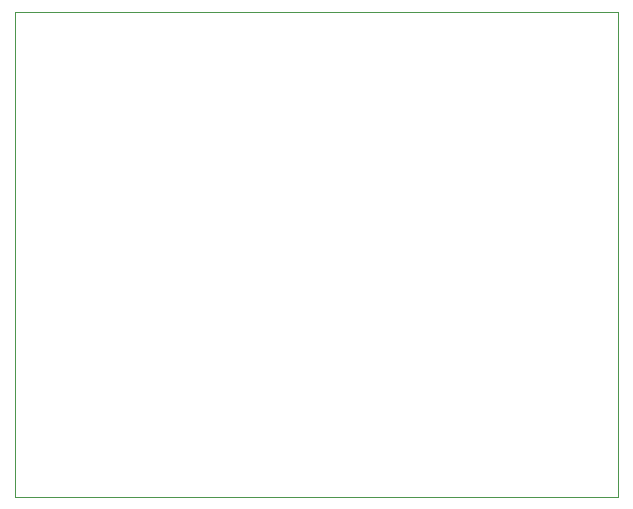
<source format=gbr>
%TF.GenerationSoftware,KiCad,Pcbnew,(6.0.2)*%
%TF.CreationDate,2022-10-25T13:23:13-07:00*%
%TF.ProjectId,powerAmp_RevB,706f7765-7241-46d7-905f-526576422e6b,rev?*%
%TF.SameCoordinates,Original*%
%TF.FileFunction,Profile,NP*%
%FSLAX46Y46*%
G04 Gerber Fmt 4.6, Leading zero omitted, Abs format (unit mm)*
G04 Created by KiCad (PCBNEW (6.0.2)) date 2022-10-25 13:23:13*
%MOMM*%
%LPD*%
G01*
G04 APERTURE LIST*
%TA.AperFunction,Profile*%
%ADD10C,0.050000*%
%TD*%
G04 APERTURE END LIST*
D10*
X118560000Y-127710000D02*
X169560000Y-127710000D01*
X169560000Y-127710000D02*
X169560000Y-86710000D01*
X169560000Y-86710000D02*
X118560000Y-86710000D01*
X118560000Y-86710000D02*
X118560000Y-127710000D01*
M02*

</source>
